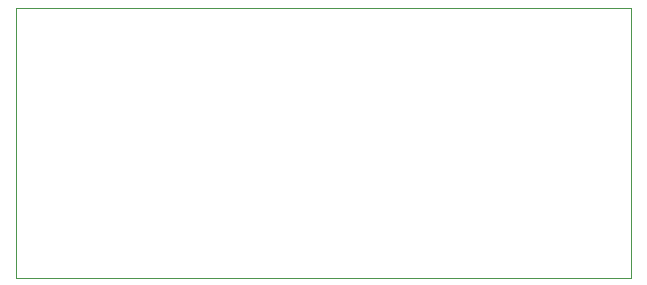
<source format=gbr>
%TF.GenerationSoftware,KiCad,Pcbnew,7.0.10*%
%TF.CreationDate,2024-01-03T13:13:52+01:00*%
%TF.ProjectId,slimme_meter_pmod,736c696d-6d65-45f6-9d65-7465725f706d,rev?*%
%TF.SameCoordinates,Original*%
%TF.FileFunction,Profile,NP*%
%FSLAX46Y46*%
G04 Gerber Fmt 4.6, Leading zero omitted, Abs format (unit mm)*
G04 Created by KiCad (PCBNEW 7.0.10) date 2024-01-03 13:13:52*
%MOMM*%
%LPD*%
G01*
G04 APERTURE LIST*
%TA.AperFunction,Profile*%
%ADD10C,0.100000*%
%TD*%
G04 APERTURE END LIST*
D10*
X92710000Y-50800000D02*
X144780000Y-50800000D01*
X144780000Y-73660000D01*
X92710000Y-73660000D01*
X92710000Y-50800000D01*
M02*

</source>
